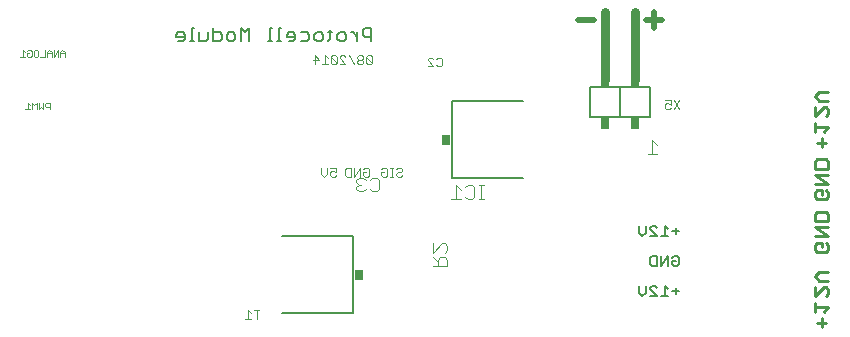
<source format=gbo>
G75*
%MOIN*%
%OFA0B0*%
%FSLAX24Y24*%
%IPPOS*%
%LPD*%
%AMOC8*
5,1,8,0,0,1.08239X$1,22.5*
%
%ADD10C,0.0100*%
%ADD11C,0.0070*%
%ADD12C,0.0030*%
%ADD13C,0.0080*%
%ADD14C,0.0200*%
%ADD15C,0.0020*%
%ADD16C,0.0010*%
%ADD17R,0.0300X0.0340*%
%ADD18C,0.0040*%
%ADD19C,0.0060*%
%ADD20C,0.0300*%
%ADD21R,0.0300X0.0200*%
%ADD22R,0.0300X0.0400*%
D10*
X029194Y000945D02*
X029194Y001252D01*
X029194Y001098D02*
X029654Y001098D01*
X029501Y000945D01*
X029424Y000736D02*
X029424Y000429D01*
X029577Y000583D02*
X029271Y000583D01*
X029194Y001461D02*
X029501Y001768D01*
X029577Y001768D01*
X029654Y001691D01*
X029654Y001537D01*
X029577Y001461D01*
X029194Y001461D02*
X029194Y001768D01*
X029347Y001976D02*
X029194Y002130D01*
X029347Y002283D01*
X029654Y002283D01*
X029654Y001976D02*
X029347Y001976D01*
X029271Y002945D02*
X029194Y003022D01*
X029194Y003175D01*
X029271Y003252D01*
X029424Y003252D01*
X029424Y003098D01*
X029577Y002945D02*
X029271Y002945D01*
X029577Y002945D02*
X029654Y003022D01*
X029654Y003175D01*
X029577Y003252D01*
X029654Y003461D02*
X029194Y003461D01*
X029194Y003768D02*
X029654Y003461D01*
X029654Y003768D02*
X029194Y003768D01*
X029194Y003976D02*
X029194Y004206D01*
X029271Y004283D01*
X029577Y004283D01*
X029654Y004206D01*
X029654Y003976D01*
X029194Y003976D01*
X029271Y004695D02*
X029194Y004772D01*
X029194Y004925D01*
X029271Y005002D01*
X029424Y005002D01*
X029424Y004848D01*
X029577Y004695D02*
X029271Y004695D01*
X029577Y004695D02*
X029654Y004772D01*
X029654Y004925D01*
X029577Y005002D01*
X029654Y005211D02*
X029194Y005211D01*
X029194Y005518D02*
X029654Y005211D01*
X029654Y005518D02*
X029194Y005518D01*
X029194Y005726D02*
X029194Y005956D01*
X029271Y006033D01*
X029577Y006033D01*
X029654Y005956D01*
X029654Y005726D01*
X029194Y005726D01*
X029424Y006429D02*
X029424Y006736D01*
X029577Y006583D02*
X029271Y006583D01*
X029194Y006945D02*
X029194Y007252D01*
X029194Y007098D02*
X029654Y007098D01*
X029501Y006945D01*
X029577Y007461D02*
X029654Y007537D01*
X029654Y007691D01*
X029577Y007768D01*
X029501Y007768D01*
X029194Y007461D01*
X029194Y007768D01*
X029347Y007976D02*
X029194Y008130D01*
X029347Y008283D01*
X029654Y008283D01*
X029654Y007976D02*
X029347Y007976D01*
D11*
X024559Y003752D02*
X024559Y003532D01*
X024669Y003642D02*
X024449Y003642D01*
X024300Y003697D02*
X024190Y003807D01*
X024190Y003477D01*
X024300Y003477D02*
X024080Y003477D01*
X023932Y003477D02*
X023712Y003697D01*
X023712Y003752D01*
X023767Y003807D01*
X023877Y003807D01*
X023932Y003752D01*
X023564Y003807D02*
X023564Y003587D01*
X023454Y003477D01*
X023344Y003587D01*
X023344Y003807D01*
X023712Y003477D02*
X023932Y003477D01*
X023932Y002807D02*
X023767Y002807D01*
X023712Y002752D01*
X023712Y002532D01*
X023767Y002477D01*
X023932Y002477D01*
X023932Y002807D01*
X024080Y002807D02*
X024080Y002477D01*
X024300Y002807D01*
X024300Y002477D01*
X024449Y002532D02*
X024449Y002642D01*
X024559Y002642D01*
X024669Y002532D02*
X024614Y002477D01*
X024504Y002477D01*
X024449Y002532D01*
X024669Y002532D02*
X024669Y002752D01*
X024614Y002807D01*
X024504Y002807D01*
X024449Y002752D01*
X024190Y001807D02*
X024190Y001477D01*
X024300Y001477D02*
X024080Y001477D01*
X023932Y001477D02*
X023712Y001697D01*
X023712Y001752D01*
X023767Y001807D01*
X023877Y001807D01*
X023932Y001752D01*
X024190Y001807D02*
X024300Y001697D01*
X024449Y001642D02*
X024669Y001642D01*
X024559Y001752D02*
X024559Y001532D01*
X023932Y001477D02*
X023712Y001477D01*
X023564Y001587D02*
X023454Y001477D01*
X023344Y001587D01*
X023344Y001807D01*
X023564Y001807D02*
X023564Y001587D01*
D12*
X010394Y000707D02*
X010201Y000707D01*
X010297Y000707D02*
X010297Y000997D01*
X010394Y000900D01*
X010495Y000997D02*
X010689Y000997D01*
X010592Y000997D02*
X010592Y000707D01*
X024201Y007755D02*
X024249Y007707D01*
X024346Y007707D01*
X024394Y007755D01*
X024394Y007852D02*
X024297Y007900D01*
X024249Y007900D01*
X024201Y007852D01*
X024201Y007755D01*
X024394Y007852D02*
X024394Y007997D01*
X024201Y007997D01*
X024495Y007997D02*
X024689Y007707D01*
X024495Y007707D02*
X024689Y007997D01*
X016778Y009185D02*
X016730Y009137D01*
X016633Y009137D01*
X016585Y009185D01*
X016483Y009137D02*
X016290Y009330D01*
X016290Y009379D01*
X016338Y009427D01*
X016435Y009427D01*
X016483Y009379D01*
X016585Y009379D02*
X016633Y009427D01*
X016730Y009427D01*
X016778Y009379D01*
X016778Y009185D01*
X016483Y009137D02*
X016290Y009137D01*
X014439Y009255D02*
X014390Y009207D01*
X014294Y009207D01*
X014245Y009255D01*
X014245Y009449D01*
X014439Y009255D01*
X014439Y009449D01*
X014390Y009497D01*
X014294Y009497D01*
X014245Y009449D01*
X014144Y009449D02*
X014096Y009497D01*
X013999Y009497D01*
X013951Y009449D01*
X013951Y009400D01*
X013999Y009352D01*
X014096Y009352D01*
X014144Y009400D01*
X014144Y009449D01*
X014096Y009352D02*
X014144Y009304D01*
X014144Y009255D01*
X014096Y009207D01*
X013999Y009207D01*
X013951Y009255D01*
X013951Y009304D01*
X013999Y009352D01*
X013849Y009207D02*
X013656Y009497D01*
X013555Y009449D02*
X013506Y009497D01*
X013410Y009497D01*
X013361Y009449D01*
X013361Y009400D01*
X013555Y009207D01*
X013361Y009207D01*
X013260Y009255D02*
X013067Y009449D01*
X013067Y009255D01*
X013115Y009207D01*
X013212Y009207D01*
X013260Y009255D01*
X013260Y009449D01*
X013212Y009497D01*
X013115Y009497D01*
X013067Y009449D01*
X012966Y009400D02*
X012869Y009497D01*
X012869Y009207D01*
X012966Y009207D02*
X012772Y009207D01*
X012671Y009352D02*
X012477Y009352D01*
X012526Y009207D02*
X012526Y009497D01*
X012671Y009352D01*
D13*
X012732Y009982D02*
X012592Y009982D01*
X012522Y010052D01*
X012522Y010192D01*
X012592Y010262D01*
X012732Y010262D01*
X012802Y010192D01*
X012802Y010052D01*
X012732Y009982D01*
X012969Y009982D02*
X013039Y010052D01*
X013039Y010332D01*
X013109Y010262D02*
X012969Y010262D01*
X013289Y010192D02*
X013360Y010262D01*
X013500Y010262D01*
X013570Y010192D01*
X013570Y010052D01*
X013500Y009982D01*
X013360Y009982D01*
X013289Y010052D01*
X013289Y010192D01*
X013743Y010262D02*
X013813Y010262D01*
X013953Y010122D01*
X013953Y009982D02*
X013953Y010262D01*
X014134Y010192D02*
X014204Y010122D01*
X014414Y010122D01*
X014414Y009982D02*
X014414Y010402D01*
X014204Y010402D01*
X014134Y010332D01*
X014134Y010192D01*
X012342Y010192D02*
X012342Y010052D01*
X012272Y009982D01*
X012062Y009982D01*
X011882Y010052D02*
X011882Y010192D01*
X011812Y010262D01*
X011671Y010262D01*
X011601Y010192D01*
X011601Y010122D01*
X011882Y010122D01*
X011882Y010052D02*
X011812Y009982D01*
X011671Y009982D01*
X011421Y009982D02*
X011281Y009982D01*
X011351Y009982D02*
X011351Y010402D01*
X011421Y010402D01*
X011114Y010402D02*
X011044Y010402D01*
X011044Y009982D01*
X011114Y009982D02*
X010974Y009982D01*
X010347Y009982D02*
X010347Y010402D01*
X010207Y010262D01*
X010067Y010402D01*
X010067Y009982D01*
X009887Y010052D02*
X009817Y009982D01*
X009676Y009982D01*
X009606Y010052D01*
X009606Y010192D01*
X009676Y010262D01*
X009817Y010262D01*
X009887Y010192D01*
X009887Y010052D01*
X009426Y010052D02*
X009426Y010192D01*
X009356Y010262D01*
X009146Y010262D01*
X009146Y010402D02*
X009146Y009982D01*
X009356Y009982D01*
X009426Y010052D01*
X008966Y010052D02*
X008966Y010262D01*
X008686Y010262D02*
X008686Y009982D01*
X008896Y009982D01*
X008966Y010052D01*
X008505Y009982D02*
X008365Y009982D01*
X008435Y009982D02*
X008435Y010402D01*
X008505Y010402D01*
X008198Y010192D02*
X008128Y010262D01*
X007988Y010262D01*
X007918Y010192D01*
X007918Y010122D01*
X008198Y010122D01*
X008198Y010052D02*
X008128Y009982D01*
X007988Y009982D01*
X008198Y010052D02*
X008198Y010192D01*
X012062Y010262D02*
X012272Y010262D01*
X012342Y010192D01*
X017104Y007982D02*
X017104Y005402D01*
X019464Y005402D01*
X013804Y003482D02*
X011444Y003482D01*
X013804Y003482D02*
X013804Y000902D01*
X011444Y000902D01*
X017104Y007982D02*
X019464Y007982D01*
D14*
X023837Y010425D02*
X023837Y010959D01*
X024104Y010692D02*
X023570Y010692D01*
X021854Y010692D02*
X021320Y010692D01*
D15*
X015444Y005702D02*
X015394Y005752D01*
X015294Y005752D01*
X015244Y005702D01*
X015149Y005752D02*
X015049Y005752D01*
X015099Y005752D02*
X015099Y005452D01*
X015149Y005452D02*
X015049Y005452D01*
X014953Y005502D02*
X014903Y005452D01*
X014803Y005452D01*
X014753Y005502D01*
X014753Y005602D01*
X014853Y005602D01*
X014953Y005702D02*
X014953Y005502D01*
X015244Y005502D02*
X015244Y005552D01*
X015294Y005602D01*
X015394Y005602D01*
X015444Y005652D01*
X015444Y005702D01*
X015444Y005502D02*
X015394Y005452D01*
X015294Y005452D01*
X015244Y005502D01*
X014953Y005702D02*
X014903Y005752D01*
X014803Y005752D01*
X014753Y005702D01*
X014344Y005702D02*
X014294Y005752D01*
X014194Y005752D01*
X014144Y005702D01*
X014144Y005602D02*
X014244Y005602D01*
X014144Y005602D02*
X014144Y005502D01*
X014194Y005452D01*
X014294Y005452D01*
X014344Y005502D01*
X014344Y005702D01*
X014049Y005752D02*
X013849Y005452D01*
X013849Y005752D01*
X013754Y005752D02*
X013604Y005752D01*
X013554Y005702D01*
X013554Y005502D01*
X013604Y005452D01*
X013754Y005452D01*
X013754Y005752D01*
X014049Y005752D02*
X014049Y005452D01*
X013244Y005502D02*
X013194Y005452D01*
X013094Y005452D01*
X013044Y005502D01*
X013044Y005602D01*
X013094Y005652D01*
X013144Y005652D01*
X013244Y005602D01*
X013244Y005752D01*
X013044Y005752D01*
X012949Y005752D02*
X012949Y005552D01*
X012849Y005452D01*
X012749Y005552D01*
X012749Y005752D01*
D16*
X003699Y007697D02*
X003699Y007927D01*
X003584Y007927D01*
X003545Y007889D01*
X003545Y007812D01*
X003584Y007774D01*
X003699Y007774D01*
X003478Y007697D02*
X003401Y007774D01*
X003324Y007697D01*
X003324Y007927D01*
X003257Y007927D02*
X003180Y007850D01*
X003103Y007927D01*
X003103Y007697D01*
X003036Y007697D02*
X002882Y007697D01*
X002959Y007697D02*
X002959Y007927D01*
X003036Y007850D01*
X003257Y007927D02*
X003257Y007697D01*
X003478Y007697D02*
X003478Y007927D01*
X003536Y009447D02*
X003382Y009447D01*
X003315Y009485D02*
X003276Y009447D01*
X003200Y009447D01*
X003161Y009485D01*
X003161Y009639D01*
X003200Y009677D01*
X003276Y009677D01*
X003315Y009639D01*
X003315Y009485D01*
X003094Y009485D02*
X003055Y009447D01*
X002979Y009447D01*
X002940Y009485D01*
X002940Y009562D01*
X003017Y009562D01*
X002940Y009639D02*
X002979Y009677D01*
X003055Y009677D01*
X003094Y009639D01*
X003094Y009485D01*
X002873Y009447D02*
X002719Y009447D01*
X002796Y009447D02*
X002796Y009677D01*
X002873Y009600D01*
X003536Y009677D02*
X003536Y009447D01*
X003603Y009447D02*
X003603Y009600D01*
X003680Y009677D01*
X003757Y009600D01*
X003757Y009447D01*
X003824Y009447D02*
X003824Y009677D01*
X003757Y009562D02*
X003603Y009562D01*
X003824Y009447D02*
X003978Y009677D01*
X003978Y009447D01*
X004045Y009447D02*
X004045Y009600D01*
X004122Y009677D01*
X004199Y009600D01*
X004199Y009447D01*
X004199Y009562D02*
X004045Y009562D01*
D17*
X016914Y006692D03*
X013994Y002192D03*
D18*
X016474Y002462D02*
X016934Y002462D01*
X016934Y002692D01*
X016857Y002769D01*
X016704Y002769D01*
X016627Y002692D01*
X016627Y002462D01*
X016627Y002615D02*
X016474Y002769D01*
X016474Y002922D02*
X016781Y003229D01*
X016857Y003229D01*
X016934Y003153D01*
X016934Y002999D01*
X016857Y002922D01*
X016474Y002922D02*
X016474Y003229D01*
X017087Y004712D02*
X017394Y004712D01*
X017241Y004712D02*
X017241Y005172D01*
X017394Y005019D01*
X017548Y005096D02*
X017624Y005172D01*
X017778Y005172D01*
X017855Y005096D01*
X017855Y004789D01*
X017778Y004712D01*
X017624Y004712D01*
X017548Y004789D01*
X018008Y004712D02*
X018161Y004712D01*
X018085Y004712D02*
X018085Y005172D01*
X018161Y005172D02*
X018008Y005172D01*
X014684Y005039D02*
X014607Y004962D01*
X014454Y004962D01*
X014377Y005039D01*
X014223Y005039D02*
X014147Y004962D01*
X013993Y004962D01*
X013916Y005039D01*
X013916Y005115D01*
X013993Y005192D01*
X014070Y005192D01*
X013993Y005192D02*
X013916Y005269D01*
X013916Y005346D01*
X013993Y005422D01*
X014147Y005422D01*
X014223Y005346D01*
X014377Y005346D02*
X014454Y005422D01*
X014607Y005422D01*
X014684Y005346D01*
X014684Y005039D01*
X023627Y006212D02*
X023934Y006212D01*
X023780Y006212D02*
X023780Y006672D01*
X023934Y006519D01*
D19*
X023704Y007442D02*
X022704Y007442D01*
X021704Y007442D01*
X021704Y008442D01*
X022704Y008442D01*
X023704Y008442D01*
X023704Y007442D01*
X022704Y007442D02*
X022704Y008442D01*
D20*
X023204Y008692D02*
X023204Y010942D01*
X022204Y010942D02*
X022204Y008692D01*
D21*
X022204Y008542D03*
X023204Y008542D03*
D22*
X023204Y007242D03*
X022204Y007242D03*
M02*

</source>
